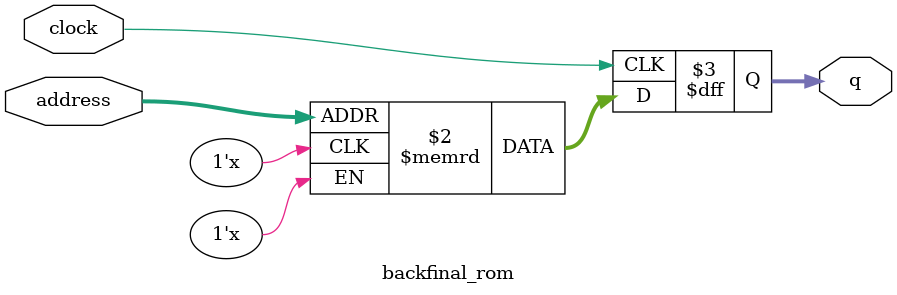
<source format=sv>

module backfinal_rom (
	input logic clock,
	input logic [18:0] address,
	output logic [2:0] q

);

logic [2:0] memory [0:307199] /* synthesis ram_init_file = "./backfinal/backfinal.COE" */;

always_ff @ (posedge clock) begin
	q <= memory[address];
end


endmodule

</source>
